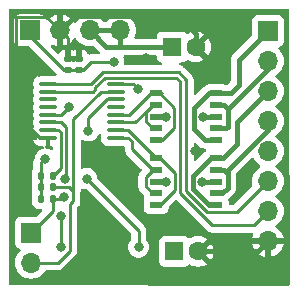
<source format=gtl>
%TF.GenerationSoftware,KiCad,Pcbnew,8.0.2*%
%TF.CreationDate,2024-05-07T13:49:06-06:00*%
%TF.ProjectId,encoder_protyping_board_high_current,656e636f-6465-4725-9f70-726f74797069,rev?*%
%TF.SameCoordinates,Original*%
%TF.FileFunction,Copper,L1,Top*%
%TF.FilePolarity,Positive*%
%FSLAX46Y46*%
G04 Gerber Fmt 4.6, Leading zero omitted, Abs format (unit mm)*
G04 Created by KiCad (PCBNEW 8.0.2) date 2024-05-07 13:49:06*
%MOMM*%
%LPD*%
G01*
G04 APERTURE LIST*
G04 Aperture macros list*
%AMRoundRect*
0 Rectangle with rounded corners*
0 $1 Rounding radius*
0 $2 $3 $4 $5 $6 $7 $8 $9 X,Y pos of 4 corners*
0 Add a 4 corners polygon primitive as box body*
4,1,4,$2,$3,$4,$5,$6,$7,$8,$9,$2,$3,0*
0 Add four circle primitives for the rounded corners*
1,1,$1+$1,$2,$3*
1,1,$1+$1,$4,$5*
1,1,$1+$1,$6,$7*
1,1,$1+$1,$8,$9*
0 Add four rect primitives between the rounded corners*
20,1,$1+$1,$2,$3,$4,$5,0*
20,1,$1+$1,$4,$5,$6,$7,0*
20,1,$1+$1,$6,$7,$8,$9,0*
20,1,$1+$1,$8,$9,$2,$3,0*%
G04 Aperture macros list end*
%TA.AperFunction,SMDPad,CuDef*%
%ADD10RoundRect,0.140000X0.170000X-0.140000X0.170000X0.140000X-0.170000X0.140000X-0.170000X-0.140000X0*%
%TD*%
%TA.AperFunction,SMDPad,CuDef*%
%ADD11RoundRect,0.135000X0.135000X0.185000X-0.135000X0.185000X-0.135000X-0.185000X0.135000X-0.185000X0*%
%TD*%
%TA.AperFunction,ComponentPad*%
%ADD12R,1.700000X1.700000*%
%TD*%
%TA.AperFunction,ComponentPad*%
%ADD13O,1.700000X1.700000*%
%TD*%
%TA.AperFunction,ComponentPad*%
%ADD14R,1.600000X1.600000*%
%TD*%
%TA.AperFunction,ComponentPad*%
%ADD15C,1.600000*%
%TD*%
%TA.AperFunction,SMDPad,CuDef*%
%ADD16RoundRect,0.135000X-0.135000X-0.185000X0.135000X-0.185000X0.135000X0.185000X-0.135000X0.185000X0*%
%TD*%
%TA.AperFunction,SMDPad,CuDef*%
%ADD17R,1.100000X0.510000*%
%TD*%
%TA.AperFunction,SMDPad,CuDef*%
%ADD18RoundRect,0.100000X-0.637500X-0.100000X0.637500X-0.100000X0.637500X0.100000X-0.637500X0.100000X0*%
%TD*%
%TA.AperFunction,ViaPad*%
%ADD19C,0.800000*%
%TD*%
%TA.AperFunction,Conductor*%
%ADD20C,0.400000*%
%TD*%
%TA.AperFunction,Conductor*%
%ADD21C,0.250000*%
%TD*%
G04 APERTURE END LIST*
D10*
%TO.P,4.7\u00B5F,1*%
%TO.N,+5V*%
X189800000Y-100480000D03*
%TO.P,4.7\u00B5F,2*%
%TO.N,GND*%
X189800000Y-99520000D03*
%TD*%
D11*
%TO.P,1.6K,1*%
%TO.N,I2C_SCL*%
X188550000Y-111400000D03*
%TO.P,1.6K,2*%
%TO.N,+5V*%
X187530000Y-111400000D03*
%TD*%
D12*
%TO.P,J2,1,Pin_1*%
%TO.N,I2C_SCL*%
X186700000Y-114225000D03*
D13*
%TO.P,J2,2,Pin_2*%
%TO.N,I2C_SDA*%
X186700000Y-116765000D03*
%TD*%
D10*
%TO.P,10nF,1*%
%TO.N,+5V*%
X190780000Y-100480000D03*
%TO.P,10nF,2*%
%TO.N,GND*%
X190780000Y-99520000D03*
%TD*%
D14*
%TO.P,4.7\u00B5F,1*%
%TO.N,+12V*%
X198844888Y-115800000D03*
D15*
%TO.P,4.7\u00B5F,2*%
%TO.N,GND*%
X200844888Y-115800000D03*
%TD*%
D16*
%TO.P,1.6K,1*%
%TO.N,+5V*%
X187530000Y-110400000D03*
%TO.P,1.6K,2*%
%TO.N,I2C_SDA*%
X188550000Y-110400000D03*
%TD*%
D12*
%TO.P,J3,1,Pin_1*%
%TO.N,+5V*%
X186600000Y-97100000D03*
D13*
%TO.P,J3,2,Pin_2*%
%TO.N,GND*%
X189140000Y-97100000D03*
%TO.P,J3,3,Pin_3*%
%TO.N,+12V*%
X191680000Y-97100000D03*
%TO.P,J3,4,Pin_4*%
X194220000Y-97100000D03*
%TD*%
D12*
%TO.P,J1,1,Pin_1*%
%TO.N,Net-(J1-Pin_1)*%
X206750000Y-97150000D03*
D13*
%TO.P,J1,2,Pin_2*%
%TO.N,Net-(J1-Pin_2)*%
X206750000Y-99690000D03*
%TO.P,J1,3,Pin_3*%
%TO.N,Net-(J1-Pin_3)*%
X206750000Y-102230000D03*
%TO.P,J1,4,Pin_4*%
%TO.N,Net-(J1-Pin_4)*%
X206750000Y-104770000D03*
%TO.P,J1,5,Pin_5*%
%TO.N,+5V*%
X206750000Y-107310000D03*
%TO.P,J1,6,Pin_6*%
%TO.N,Net-(J1-Pin_6)*%
X206750000Y-109850000D03*
%TO.P,J1,7,Pin_7*%
%TO.N,Net-(J1-Pin_7)*%
X206750000Y-112390000D03*
%TO.P,J1,8,Pin_8*%
%TO.N,GND*%
X206750000Y-114930000D03*
%TD*%
D17*
%TO.P,A3909,1,IN1*%
%TO.N,Net-(U1-OUT0)*%
X197294888Y-102400000D03*
%TO.P,A3909,2,IN2*%
%TO.N,Net-(U1-OUT1)*%
X197294888Y-103400000D03*
%TO.P,A3909,3,VBB*%
%TO.N,+12V*%
X197294888Y-104400000D03*
%TO.P,A3909,4,IN3*%
%TO.N,Net-(U1-OUT1)*%
X197294888Y-105400000D03*
%TO.P,A3909,5,IN4*%
%TO.N,Net-(U1-OUT0)*%
X197294888Y-106400000D03*
%TO.P,A3909,6,OUT4*%
%TO.N,Net-(J1-Pin_1)*%
X202394888Y-106400000D03*
%TO.P,A3909,7,OUT3*%
%TO.N,Net-(J1-Pin_2)*%
X202394888Y-105400000D03*
%TO.P,A3909,8,GND*%
%TO.N,GND*%
X202394888Y-104400000D03*
%TO.P,A3909,9,OUT2*%
%TO.N,Net-(J1-Pin_2)*%
X202394888Y-103400000D03*
%TO.P,A3909,10,OUT1*%
%TO.N,Net-(J1-Pin_1)*%
X202394888Y-102400000D03*
%TD*%
D16*
%TO.P,1.2K,1*%
%TO.N,+5V*%
X187530000Y-109400000D03*
%TO.P,1.2K,2*%
%TO.N,Net-(U1-RESET)*%
X188550000Y-109400000D03*
%TD*%
D17*
%TO.P,A3909,1,IN1*%
%TO.N,Net-(U1-OUT2)*%
X197294888Y-107900000D03*
%TO.P,A3909,2,IN2*%
%TO.N,Net-(U1-OUT3)*%
X197294888Y-108900000D03*
%TO.P,A3909,3,VBB*%
%TO.N,+12V*%
X197294888Y-109900000D03*
%TO.P,A3909,4,IN3*%
%TO.N,Net-(U1-OUT3)*%
X197294888Y-110900000D03*
%TO.P,A3909,5,IN4*%
%TO.N,Net-(U1-OUT2)*%
X197294888Y-111900000D03*
%TO.P,A3909,6,OUT4*%
%TO.N,Net-(J1-Pin_3)*%
X202394888Y-111900000D03*
%TO.P,A3909,7,OUT3*%
%TO.N,Net-(J1-Pin_4)*%
X202394888Y-110900000D03*
%TO.P,A3909,8,GND*%
%TO.N,GND*%
X202394888Y-109900000D03*
%TO.P,A3909,9,OUT2*%
%TO.N,Net-(J1-Pin_4)*%
X202394888Y-108900000D03*
%TO.P,A3909,10,OUT1*%
%TO.N,Net-(J1-Pin_3)*%
X202394888Y-107900000D03*
%TD*%
D18*
%TO.P,PCA9629A,1,P0/DET*%
%TO.N,Net-(J1-Pin_6)*%
X188137500Y-101625000D03*
%TO.P,PCA9629A,2,P1*%
%TO.N,Net-(J1-Pin_7)*%
X188137500Y-102275000D03*
%TO.P,PCA9629A,3,P2*%
%TO.N,unconnected-(U1-P2-Pad3)*%
X188137500Y-102925000D03*
%TO.P,PCA9629A,4,P3*%
%TO.N,unconnected-(U1-P3-Pad4)*%
X188137500Y-103575000D03*
%TO.P,PCA9629A,5,AD0*%
%TO.N,Net-(JP2-C)*%
X188137500Y-104225000D03*
%TO.P,PCA9629A,6,AD1*%
%TO.N,Net-(JP1-C)*%
X188137500Y-104875000D03*
%TO.P,PCA9629A,7,RESET*%
%TO.N,Net-(U1-RESET)*%
X188137500Y-105525000D03*
%TO.P,PCA9629A,8,Vss*%
%TO.N,GND*%
X188137500Y-106175000D03*
%TO.P,PCA9629A,9,OUT3*%
%TO.N,Net-(U1-OUT3)*%
X193862500Y-106175000D03*
%TO.P,PCA9629A,10,OUT2*%
%TO.N,Net-(U1-OUT2)*%
X193862500Y-105525000D03*
%TO.P,PCA9629A,11,OUT1*%
%TO.N,Net-(U1-OUT1)*%
X193862500Y-104875000D03*
%TO.P,PCA9629A,12,OUT0*%
%TO.N,Net-(U1-OUT0)*%
X193862500Y-104225000D03*
%TO.P,PCA9629A,13,INT*%
%TO.N,unconnected-(U1-INT-Pad13)*%
X193862500Y-103575000D03*
%TO.P,PCA9629A,14,SCL*%
%TO.N,I2C_SCL*%
X193862500Y-102925000D03*
%TO.P,PCA9629A,15,SDA*%
%TO.N,I2C_SDA*%
X193862500Y-102275000D03*
%TO.P,PCA9629A,16,VDD*%
%TO.N,+5V*%
X193862500Y-101625000D03*
%TD*%
D14*
%TO.P,4.7\u00B5F,1*%
%TO.N,+12V*%
X198644888Y-98500000D03*
D15*
%TO.P,4.7\u00B5F,2*%
%TO.N,GND*%
X200644888Y-98500000D03*
%TD*%
D19*
%TO.N,GND*%
X196350000Y-117600000D03*
X193700000Y-109200000D03*
X200600000Y-107350000D03*
X185850000Y-109750000D03*
X187350000Y-100650000D03*
X196400000Y-99450000D03*
X195400000Y-111750000D03*
X196650000Y-97150000D03*
X189800000Y-117700000D03*
X202450000Y-96250000D03*
X206300000Y-117750000D03*
X201200000Y-109900000D03*
X201300000Y-104400000D03*
X205050000Y-108750000D03*
%TO.N,+5V*%
X195750000Y-102050000D03*
X193700000Y-99750000D03*
X187900000Y-108000000D03*
%TO.N,+12V*%
X198100000Y-104400000D03*
X198100000Y-109950000D03*
%TO.N,I2C_SCL*%
X191550000Y-105600000D03*
X189450000Y-111200000D03*
%TO.N,Net-(JP1-C)*%
X189550000Y-109650000D03*
X195800000Y-115450000D03*
X191400000Y-109650000D03*
%TO.N,Net-(JP2-C)*%
X189250000Y-115450000D03*
X189250000Y-112850000D03*
X189950000Y-103550000D03*
%TD*%
D20*
%TO.N,GND*%
X190390000Y-95850000D02*
X189140000Y-97100000D01*
D21*
X189140000Y-97100000D02*
X187965000Y-95925000D01*
D20*
X205880000Y-115800000D02*
X206750000Y-114930000D01*
X200644888Y-97368630D02*
X199126258Y-95850000D01*
X199126258Y-95850000D02*
X190390000Y-95850000D01*
D21*
X188137500Y-106175000D02*
X187425000Y-106175000D01*
D20*
X200844888Y-115800000D02*
X205880000Y-115800000D01*
D21*
X189800000Y-97760000D02*
X189140000Y-97100000D01*
X189800000Y-99520000D02*
X189800000Y-97760000D01*
X187425000Y-106175000D02*
X185425000Y-104175000D01*
X185425000Y-95925000D02*
X185425000Y-104175000D01*
X187965000Y-95925000D02*
X185425000Y-95925000D01*
D20*
X201200000Y-109900000D02*
X202394888Y-109900000D01*
X200644888Y-98500000D02*
X200644888Y-97368630D01*
D21*
X190780000Y-99520000D02*
X189800000Y-99520000D01*
D20*
X202394888Y-104400000D02*
X201300000Y-104400000D01*
D21*
%TO.N,+5V*%
X190780000Y-100480000D02*
X191089999Y-100480000D01*
X187530000Y-109400000D02*
X187530000Y-110400000D01*
X195800000Y-102050000D02*
X195750000Y-102000000D01*
X191819999Y-99750000D02*
X193700000Y-99750000D01*
X187530000Y-109400000D02*
X187530000Y-108270000D01*
X187530000Y-111400000D02*
X187530000Y-110400000D01*
X189800000Y-100480000D02*
X190780000Y-100480000D01*
X195750000Y-102000000D02*
X195750000Y-102050000D01*
X194725000Y-101625000D02*
X195375000Y-101625000D01*
X186600000Y-97589999D02*
X189490001Y-100480000D01*
X187900000Y-107900000D02*
X187850000Y-107950000D01*
X195750000Y-102050000D02*
X195800000Y-102050000D01*
X193862500Y-101625000D02*
X194725000Y-101625000D01*
X187530000Y-108270000D02*
X187800000Y-108000000D01*
X189490001Y-100480000D02*
X189800000Y-100480000D01*
X195375000Y-101625000D02*
X195750000Y-102000000D01*
X187800000Y-108000000D02*
X187900000Y-108000000D01*
X187900000Y-108000000D02*
X187900000Y-107900000D01*
X191089999Y-100480000D02*
X191819999Y-99750000D01*
D20*
%TO.N,+12V*%
X194220000Y-98420000D02*
X194300000Y-98500000D01*
X194220000Y-97100000D02*
X194220000Y-98420000D01*
X197294888Y-109900000D02*
X198100000Y-109950000D01*
X194300000Y-98500000D02*
X198644888Y-98500000D01*
X193080000Y-98500000D02*
X194300000Y-98500000D01*
X197294888Y-104400000D02*
X198100000Y-104400000D01*
X191680000Y-97100000D02*
X194220000Y-97100000D01*
X191680000Y-97100000D02*
X193080000Y-98500000D01*
%TO.N,Net-(J1-Pin_2)*%
X202394888Y-103400000D02*
X202999888Y-103400000D01*
X203200000Y-105400000D02*
X202394888Y-105400000D01*
X203344888Y-105255112D02*
X203200000Y-105400000D01*
X203344888Y-103745000D02*
X203344888Y-105255112D01*
X203344888Y-103745000D02*
X206750000Y-100339888D01*
X202999888Y-103400000D02*
X203344888Y-103745000D01*
X206750000Y-100339888D02*
X206750000Y-99690000D01*
%TO.N,Net-(J1-Pin_4)*%
X206750000Y-105542233D02*
X206750000Y-104770000D01*
X203344888Y-109245000D02*
X203344888Y-110455112D01*
X202999888Y-108900000D02*
X203344888Y-109245000D01*
X202900000Y-110900000D02*
X202394888Y-110900000D01*
X203344888Y-108947345D02*
X206750000Y-105542233D01*
X203344888Y-109245000D02*
X203344888Y-108947345D01*
X202394888Y-108900000D02*
X202999888Y-108900000D01*
X203344888Y-110455112D02*
X202900000Y-110900000D01*
D21*
%TO.N,Net-(J1-Pin_6)*%
X191788604Y-101625000D02*
X192763604Y-100650000D01*
X204120000Y-112480000D02*
X206750000Y-109850000D01*
X192763604Y-100650000D02*
X199186396Y-100650000D01*
X199850000Y-101313604D02*
X199850000Y-110702574D01*
X199186396Y-100650000D02*
X199850000Y-101313604D01*
X201627426Y-112480000D02*
X204120000Y-112480000D01*
X199850000Y-110702574D02*
X201627426Y-112480000D01*
X188137500Y-101625000D02*
X191788604Y-101625000D01*
D20*
%TO.N,Net-(J1-Pin_3)*%
X201789888Y-111900000D02*
X202394888Y-111900000D01*
X201900000Y-107900000D02*
X202394888Y-107900000D01*
X200400000Y-110510112D02*
X201789888Y-111900000D01*
X200400000Y-109400000D02*
X200400000Y-110510112D01*
X202394888Y-107900000D02*
X202950000Y-107900000D01*
X201900000Y-107900000D02*
X200400000Y-109400000D01*
X204100000Y-106750000D02*
X204100000Y-104880000D01*
X204100000Y-104880000D02*
X206750000Y-102230000D01*
X202950000Y-107900000D02*
X204100000Y-106750000D01*
%TO.N,Net-(J1-Pin_1)*%
X202394888Y-102400000D02*
X203600000Y-102400000D01*
X202394888Y-106400000D02*
X201444888Y-106400000D01*
X204300000Y-99600000D02*
X206750000Y-97150000D01*
X201789888Y-102400000D02*
X202394888Y-102400000D01*
X200500000Y-105455112D02*
X201444888Y-106400000D01*
X203600000Y-102400000D02*
X204300000Y-101700000D01*
X204300000Y-101700000D02*
X204300000Y-99600000D01*
X201789888Y-102400000D02*
X200500000Y-103689888D01*
X200500000Y-103689888D02*
X200500000Y-105455112D01*
D21*
%TO.N,I2C_SCL*%
X189250000Y-111400000D02*
X189450000Y-111200000D01*
X191550000Y-104500001D02*
X191550000Y-105600000D01*
X193125001Y-102925000D02*
X191550000Y-104500001D01*
X188550000Y-111400000D02*
X188550000Y-112375000D01*
X193862500Y-102925000D02*
X193125001Y-102925000D01*
X188550000Y-112375000D02*
X186700000Y-114225000D01*
X188550000Y-111400000D02*
X189250000Y-111400000D01*
%TO.N,I2C_SDA*%
X186700000Y-116765000D02*
X188960305Y-116765000D01*
X192611396Y-102275000D02*
X193862500Y-102275000D01*
X190250000Y-110700000D02*
X190275000Y-110675000D01*
X190250000Y-111550000D02*
X190250000Y-110700000D01*
X190275000Y-104611396D02*
X192611396Y-102275000D01*
X188550000Y-110400000D02*
X189950000Y-110400000D01*
X188960305Y-116765000D02*
X189975000Y-115750305D01*
X189975000Y-115750305D02*
X189975000Y-111825000D01*
X189975000Y-111825000D02*
X190250000Y-111550000D01*
X190275000Y-110675000D02*
X190275000Y-104611396D01*
X189950000Y-110400000D02*
X190250000Y-110700000D01*
%TO.N,Net-(JP1-C)*%
X189650000Y-105300000D02*
X189650000Y-109650000D01*
X189550000Y-109650000D02*
X189550000Y-109750000D01*
X189650000Y-109650000D02*
X189550000Y-109650000D01*
X189225000Y-104875000D02*
X189650000Y-105300000D01*
X189550000Y-109750000D02*
X189600000Y-109700000D01*
X195800000Y-115450000D02*
X195800000Y-114050000D01*
X188137500Y-104875000D02*
X189225000Y-104875000D01*
X195800000Y-114050000D02*
X191400000Y-109650000D01*
%TO.N,Net-(JP2-C)*%
X189275000Y-104225000D02*
X189950000Y-103550000D01*
X189250000Y-115450000D02*
X189250000Y-112850000D01*
X188137500Y-104225000D02*
X189275000Y-104225000D01*
%TO.N,Net-(U1-RESET)*%
X189200000Y-105700000D02*
X189025000Y-105525000D01*
X189025000Y-105525000D02*
X188137500Y-105525000D01*
X189200000Y-108750000D02*
X189200000Y-105700000D01*
X188550000Y-109400000D02*
X189200000Y-108750000D01*
%TO.N,Net-(U1-OUT2)*%
X198850000Y-109160112D02*
X198850000Y-110639888D01*
X193862500Y-105525000D02*
X194919888Y-105525000D01*
X197589888Y-107900000D02*
X198850000Y-109160112D01*
X198850000Y-110639888D02*
X197589888Y-111900000D01*
X194919888Y-105525000D02*
X197294888Y-107900000D01*
%TO.N,Net-(U1-OUT1)*%
X193862500Y-104875000D02*
X195524888Y-104875000D01*
X196419888Y-104820000D02*
X196999888Y-105400000D01*
X195524888Y-104875000D02*
X196419888Y-103980000D01*
X196999888Y-103400000D02*
X196419888Y-103980000D01*
X196419888Y-103980000D02*
X196419888Y-104820000D01*
%TO.N,Net-(U1-OUT0)*%
X198825000Y-103635112D02*
X198825000Y-105324888D01*
X195014888Y-104225000D02*
X196839888Y-102400000D01*
X196839888Y-102400000D02*
X197294888Y-102400000D01*
X198825000Y-105324888D02*
X197749888Y-106400000D01*
X197589888Y-102400000D02*
X198825000Y-103635112D01*
X197749888Y-106400000D02*
X197294888Y-106400000D01*
X197294888Y-102400000D02*
X197749888Y-102400000D01*
X193862500Y-104225000D02*
X195014888Y-104225000D01*
%TO.N,Net-(U1-OUT3)*%
X194933492Y-106175000D02*
X195254246Y-106495754D01*
X196999888Y-108900000D02*
X196419888Y-109480000D01*
X195254246Y-107154358D02*
X196999888Y-108900000D01*
X196419888Y-109480000D02*
X196419888Y-110320000D01*
X193862500Y-106175000D02*
X194933492Y-106175000D01*
X195254246Y-106495754D02*
X195254246Y-107154358D01*
X196419888Y-110320000D02*
X196999888Y-110900000D01*
%TO.N,Net-(J1-Pin_7)*%
X192950000Y-101100000D02*
X192150000Y-101900000D01*
X199300000Y-110826284D02*
X199300000Y-101400000D01*
X192150000Y-101900000D02*
X192150000Y-102100000D01*
X202063716Y-113590000D02*
X199300000Y-110826284D01*
X202063716Y-113590000D02*
X205550000Y-113590000D01*
X191975000Y-102275000D02*
X188137500Y-102275000D01*
X192150000Y-102100000D02*
X191975000Y-102275000D01*
X205550000Y-113590000D02*
X206750000Y-112390000D01*
X199000000Y-101100000D02*
X192950000Y-101100000D01*
X199300000Y-101400000D02*
X199000000Y-101100000D01*
%TD*%
%TA.AperFunction,Conductor*%
%TO.N,GND*%
G36*
X205492425Y-107892977D02*
G01*
X205548358Y-107934849D01*
X205561472Y-107956752D01*
X205575963Y-107987828D01*
X205575965Y-107987831D01*
X205711501Y-108181395D01*
X205711506Y-108181402D01*
X205878597Y-108348493D01*
X205878603Y-108348498D01*
X206064158Y-108478425D01*
X206107783Y-108533002D01*
X206114977Y-108602500D01*
X206083454Y-108664855D01*
X206064158Y-108681575D01*
X205878597Y-108811505D01*
X205711505Y-108978597D01*
X205575965Y-109172169D01*
X205575964Y-109172171D01*
X205476098Y-109386335D01*
X205476094Y-109386344D01*
X205414938Y-109614586D01*
X205414936Y-109614596D01*
X205394341Y-109849999D01*
X205394341Y-109850000D01*
X205414936Y-110085403D01*
X205414938Y-110085413D01*
X205441856Y-110185872D01*
X205440193Y-110255722D01*
X205409762Y-110305646D01*
X203897229Y-111818181D01*
X203835906Y-111851666D01*
X203809548Y-111854500D01*
X203569387Y-111854500D01*
X203502348Y-111834815D01*
X203456593Y-111782011D01*
X203445387Y-111730500D01*
X203445387Y-111597129D01*
X203445386Y-111597123D01*
X203438979Y-111537517D01*
X203416342Y-111476826D01*
X203411358Y-111407136D01*
X203444839Y-111345816D01*
X203889002Y-110901655D01*
X203965663Y-110786923D01*
X203986505Y-110736607D01*
X204007796Y-110685204D01*
X204018468Y-110659440D01*
X204029442Y-110604271D01*
X204045388Y-110524108D01*
X204045388Y-109288863D01*
X204065073Y-109221824D01*
X204081702Y-109201187D01*
X205361412Y-107921476D01*
X205422733Y-107887993D01*
X205492425Y-107892977D01*
G37*
%TD.AperFunction*%
%TA.AperFunction,Conductor*%
G36*
X200680703Y-106626917D02*
G01*
X200687181Y-106632949D01*
X200900774Y-106846542D01*
X200951560Y-106897328D01*
X200998347Y-106944115D01*
X201113070Y-107020771D01*
X201113083Y-107020778D01*
X201183791Y-107050066D01*
X201212175Y-107061823D01*
X201240559Y-107073580D01*
X201240562Y-107073580D01*
X201240567Y-107073582D01*
X201267433Y-107078925D01*
X201267439Y-107078926D01*
X201267479Y-107078934D01*
X201357825Y-107096905D01*
X201375894Y-107100500D01*
X201375895Y-107100500D01*
X201379574Y-107100500D01*
X201381431Y-107101045D01*
X201381955Y-107101097D01*
X201381945Y-107101196D01*
X201446613Y-107120185D01*
X201492368Y-107172989D01*
X201502312Y-107242147D01*
X201478840Y-107298811D01*
X201395777Y-107409768D01*
X201395343Y-107409443D01*
X201381770Y-107427572D01*
X200687181Y-108122162D01*
X200625858Y-108155647D01*
X200556167Y-108150663D01*
X200500233Y-108108792D01*
X200475816Y-108043327D01*
X200475500Y-108034481D01*
X200475500Y-106720630D01*
X200495185Y-106653591D01*
X200547989Y-106607836D01*
X200617147Y-106597892D01*
X200680703Y-106626917D01*
G37*
%TD.AperFunction*%
%TA.AperFunction,Conductor*%
G36*
X188280539Y-106245184D02*
G01*
X188326294Y-106297988D01*
X188337500Y-106349499D01*
X188337500Y-106874999D01*
X188450500Y-106874999D01*
X188517539Y-106894684D01*
X188563294Y-106947488D01*
X188574500Y-106998999D01*
X188574500Y-107133610D01*
X188554815Y-107200649D01*
X188502011Y-107246404D01*
X188432853Y-107256348D01*
X188377616Y-107233929D01*
X188352733Y-107215850D01*
X188352729Y-107215848D01*
X188179807Y-107138857D01*
X188179802Y-107138855D01*
X188028693Y-107106736D01*
X187994646Y-107099500D01*
X187994645Y-107099500D01*
X187988289Y-107098149D01*
X187988756Y-107095950D01*
X187933710Y-107073297D01*
X187893730Y-107015996D01*
X187891076Y-106946177D01*
X187923613Y-106888886D01*
X187937500Y-106874999D01*
X187937500Y-106349499D01*
X187957185Y-106282460D01*
X188009989Y-106236705D01*
X188061497Y-106225499D01*
X188213501Y-106225499D01*
X188280539Y-106245184D01*
G37*
%TD.AperFunction*%
%TA.AperFunction,Conductor*%
G36*
X197287428Y-99220185D02*
G01*
X197333183Y-99272989D01*
X197344389Y-99324500D01*
X197344389Y-99347876D01*
X197350796Y-99407483D01*
X197401090Y-99542328D01*
X197401094Y-99542335D01*
X197487340Y-99657544D01*
X197487343Y-99657547D01*
X197602552Y-99743793D01*
X197602559Y-99743797D01*
X197711202Y-99784318D01*
X197767136Y-99826189D01*
X197791553Y-99891653D01*
X197776702Y-99959926D01*
X197727297Y-100009332D01*
X197667869Y-100024500D01*
X194714325Y-100024500D01*
X194647286Y-100004815D01*
X194601531Y-99952011D01*
X194591004Y-99887539D01*
X194605460Y-99750000D01*
X194585674Y-99561744D01*
X194527179Y-99381716D01*
X194527176Y-99381710D01*
X194524538Y-99375786D01*
X194527062Y-99374661D01*
X194513470Y-99318569D01*
X194536339Y-99252547D01*
X194591271Y-99209371D01*
X194637328Y-99200500D01*
X197220389Y-99200500D01*
X197287428Y-99220185D01*
G37*
%TD.AperFunction*%
%TA.AperFunction,Conductor*%
G36*
X189390000Y-98430633D02*
G01*
X189603483Y-98373433D01*
X189603492Y-98373429D01*
X189817578Y-98273600D01*
X190011082Y-98138105D01*
X190178105Y-97971082D01*
X190308119Y-97785405D01*
X190362696Y-97741781D01*
X190432195Y-97734588D01*
X190494549Y-97766110D01*
X190511269Y-97785405D01*
X190524180Y-97803844D01*
X190641505Y-97971401D01*
X190808599Y-98138495D01*
X190905384Y-98206265D01*
X191002165Y-98274032D01*
X191002167Y-98274033D01*
X191002170Y-98274035D01*
X191216337Y-98373903D01*
X191444592Y-98435063D01*
X191621034Y-98450500D01*
X191679999Y-98455659D01*
X191680000Y-98455659D01*
X191680001Y-98455659D01*
X191738966Y-98450500D01*
X191915408Y-98435063D01*
X191932216Y-98430559D01*
X192002064Y-98432218D01*
X192051994Y-98462651D01*
X192502161Y-98912819D01*
X192535646Y-98974142D01*
X192530662Y-99043834D01*
X192488790Y-99099767D01*
X192423326Y-99124184D01*
X192414480Y-99124500D01*
X191758388Y-99124500D01*
X191697970Y-99136518D01*
X191682677Y-99139560D01*
X191651358Y-99145789D01*
X191581767Y-99139560D01*
X191526591Y-99096695D01*
X191520438Y-99087292D01*
X191459721Y-98984625D01*
X191459714Y-98984616D01*
X191345383Y-98870285D01*
X191345374Y-98870278D01*
X191206195Y-98787968D01*
X191206190Y-98787966D01*
X191050918Y-98742855D01*
X191050912Y-98742854D01*
X191030000Y-98741209D01*
X191030000Y-99575500D01*
X191010315Y-99642539D01*
X190957511Y-99688294D01*
X190906000Y-99699500D01*
X190545302Y-99699500D01*
X190509008Y-99702356D01*
X190509002Y-99702357D01*
X190353608Y-99747504D01*
X190353598Y-99747508D01*
X190353116Y-99747794D01*
X190352688Y-99747902D01*
X190346443Y-99750605D01*
X190346006Y-99749597D01*
X190285391Y-99764973D01*
X190233883Y-99749849D01*
X190233557Y-99750605D01*
X190227433Y-99747955D01*
X190226884Y-99747794D01*
X190226401Y-99747508D01*
X190226391Y-99747504D01*
X190070997Y-99702357D01*
X190070991Y-99702356D01*
X190034697Y-99699500D01*
X190034690Y-99699500D01*
X189674000Y-99699500D01*
X189606961Y-99679815D01*
X189561206Y-99627011D01*
X189550000Y-99575500D01*
X189550000Y-98741210D01*
X189549999Y-98741209D01*
X190050000Y-98741209D01*
X190050000Y-99270000D01*
X190530000Y-99270000D01*
X190530000Y-98741210D01*
X190529999Y-98741209D01*
X190509087Y-98742854D01*
X190509081Y-98742855D01*
X190353809Y-98787966D01*
X190353801Y-98787969D01*
X190353113Y-98788377D01*
X190352503Y-98788531D01*
X190346647Y-98791066D01*
X190346237Y-98790120D01*
X190285388Y-98805554D01*
X190233656Y-98790364D01*
X190233353Y-98791066D01*
X190227671Y-98788607D01*
X190226887Y-98788377D01*
X190226198Y-98787969D01*
X190226190Y-98787966D01*
X190070918Y-98742855D01*
X190070912Y-98742854D01*
X190050000Y-98741209D01*
X189549999Y-98741209D01*
X189529087Y-98742854D01*
X189529081Y-98742855D01*
X189373809Y-98787966D01*
X189373804Y-98787968D01*
X189234625Y-98870278D01*
X189234616Y-98870285D01*
X189120285Y-98984616D01*
X189120279Y-98984624D01*
X189112069Y-98998507D01*
X189060999Y-99046189D01*
X188992257Y-99058692D01*
X188927668Y-99032046D01*
X188917657Y-99023065D01*
X188408376Y-98513784D01*
X188374891Y-98452461D01*
X188379875Y-98382769D01*
X188421747Y-98326836D01*
X188487211Y-98302419D01*
X188548462Y-98313721D01*
X188676507Y-98373430D01*
X188676516Y-98373433D01*
X188890000Y-98430634D01*
X188890000Y-97533012D01*
X188947007Y-97565925D01*
X189074174Y-97600000D01*
X189205826Y-97600000D01*
X189332993Y-97565925D01*
X189390000Y-97533012D01*
X189390000Y-98430633D01*
G37*
%TD.AperFunction*%
%TA.AperFunction,Conductor*%
G36*
X208493303Y-95269685D02*
G01*
X208539058Y-95322489D01*
X208550263Y-95373735D01*
X208560138Y-100004815D01*
X208599734Y-118575474D01*
X208580192Y-118642555D01*
X208527486Y-118688422D01*
X208475473Y-118699738D01*
X184923739Y-118650259D01*
X184856742Y-118630433D01*
X184811098Y-118577533D01*
X184800000Y-118526259D01*
X184800000Y-96202135D01*
X185249500Y-96202135D01*
X185249500Y-97997870D01*
X185249501Y-97997876D01*
X185255908Y-98057483D01*
X185306202Y-98192328D01*
X185306206Y-98192335D01*
X185392452Y-98307544D01*
X185392455Y-98307547D01*
X185507664Y-98393793D01*
X185507671Y-98393797D01*
X185642517Y-98444091D01*
X185642516Y-98444091D01*
X185649444Y-98444835D01*
X185702127Y-98450500D01*
X186524548Y-98450499D01*
X186591587Y-98470183D01*
X186612229Y-98486818D01*
X188838229Y-100712819D01*
X188871714Y-100774142D01*
X188866730Y-100843834D01*
X188824858Y-100899767D01*
X188759394Y-100924184D01*
X188750548Y-100924500D01*
X187460636Y-100924500D01*
X187343246Y-100939953D01*
X187343237Y-100939956D01*
X187197160Y-101000463D01*
X187071718Y-101096718D01*
X186975463Y-101222160D01*
X186914956Y-101368237D01*
X186914955Y-101368239D01*
X186899500Y-101485638D01*
X186899500Y-101764363D01*
X186914953Y-101881753D01*
X186914957Y-101881765D01*
X186923566Y-101902550D01*
X186931033Y-101972019D01*
X186923566Y-101997450D01*
X186914957Y-102018234D01*
X186914955Y-102018239D01*
X186899500Y-102135638D01*
X186899500Y-102414363D01*
X186914953Y-102531753D01*
X186914957Y-102531765D01*
X186923566Y-102552550D01*
X186931033Y-102622019D01*
X186923566Y-102647450D01*
X186914957Y-102668234D01*
X186914955Y-102668239D01*
X186899500Y-102785638D01*
X186899500Y-103064363D01*
X186914953Y-103181753D01*
X186914957Y-103181765D01*
X186923566Y-103202550D01*
X186931033Y-103272019D01*
X186923566Y-103297450D01*
X186914957Y-103318234D01*
X186914955Y-103318239D01*
X186899500Y-103435638D01*
X186899500Y-103714363D01*
X186914953Y-103831753D01*
X186914957Y-103831765D01*
X186923566Y-103852550D01*
X186931033Y-103922019D01*
X186923566Y-103947450D01*
X186914957Y-103968234D01*
X186914955Y-103968239D01*
X186899500Y-104085638D01*
X186899500Y-104364363D01*
X186914953Y-104481753D01*
X186914957Y-104481765D01*
X186923566Y-104502550D01*
X186931033Y-104572019D01*
X186923566Y-104597450D01*
X186914957Y-104618234D01*
X186914955Y-104618239D01*
X186899500Y-104735638D01*
X186899500Y-105014363D01*
X186914953Y-105131753D01*
X186914957Y-105131765D01*
X186923566Y-105152550D01*
X186931033Y-105222019D01*
X186923566Y-105247450D01*
X186914957Y-105268234D01*
X186914955Y-105268239D01*
X186899500Y-105385638D01*
X186899500Y-105664363D01*
X186914953Y-105781753D01*
X186914956Y-105781762D01*
X186923837Y-105803203D01*
X186931304Y-105872673D01*
X186923838Y-105898103D01*
X186915443Y-105918370D01*
X186907987Y-105975000D01*
X186950500Y-105975000D01*
X187017539Y-105994685D01*
X187048875Y-106023513D01*
X187071715Y-106053279D01*
X187071716Y-106053280D01*
X187071718Y-106053282D01*
X187197159Y-106149536D01*
X187197160Y-106149536D01*
X187201184Y-106152624D01*
X187242386Y-106209052D01*
X187246541Y-106278798D01*
X187212329Y-106339719D01*
X187150611Y-106372471D01*
X187125697Y-106375000D01*
X186907990Y-106375000D01*
X186907988Y-106375001D01*
X186915442Y-106431627D01*
X186915444Y-106431633D01*
X186975899Y-106577585D01*
X187072075Y-106702924D01*
X187197413Y-106799100D01*
X187343365Y-106859554D01*
X187343369Y-106859555D01*
X187460676Y-106874999D01*
X187681763Y-106874999D01*
X187748803Y-106894683D01*
X187794558Y-106947487D01*
X187804502Y-107016645D01*
X187775477Y-107080201D01*
X187716699Y-107117976D01*
X187707546Y-107120289D01*
X187620196Y-107138856D01*
X187620192Y-107138857D01*
X187447270Y-107215848D01*
X187447265Y-107215851D01*
X187294129Y-107327111D01*
X187167466Y-107467785D01*
X187072821Y-107631715D01*
X187072818Y-107631722D01*
X187014327Y-107811740D01*
X187014326Y-107811744D01*
X187009215Y-107860368D01*
X187004538Y-107904867D01*
X186984321Y-107960793D01*
X186975687Y-107973715D01*
X186959994Y-108011604D01*
X186959993Y-108011607D01*
X186928537Y-108087548D01*
X186925199Y-108104329D01*
X186906840Y-108196625D01*
X186906841Y-108196626D01*
X186904500Y-108208396D01*
X186904500Y-108762041D01*
X186887232Y-108825161D01*
X186807133Y-108960602D01*
X186807129Y-108960611D01*
X186762335Y-109114791D01*
X186762334Y-109114797D01*
X186759500Y-109150811D01*
X186759500Y-109649169D01*
X186759501Y-109649191D01*
X186762335Y-109685205D01*
X186807129Y-109839388D01*
X186810230Y-109846554D01*
X186808313Y-109847383D01*
X186822825Y-109904626D01*
X186808686Y-109952777D01*
X186810230Y-109953446D01*
X186807129Y-109960611D01*
X186762335Y-110114791D01*
X186762334Y-110114797D01*
X186759500Y-110150811D01*
X186759500Y-110649169D01*
X186759501Y-110649191D01*
X186762335Y-110685205D01*
X186807129Y-110839388D01*
X186810230Y-110846554D01*
X186808313Y-110847383D01*
X186822825Y-110904626D01*
X186808686Y-110952777D01*
X186810230Y-110953446D01*
X186807129Y-110960611D01*
X186762335Y-111114791D01*
X186762334Y-111114797D01*
X186759500Y-111150811D01*
X186759500Y-111649169D01*
X186759501Y-111649191D01*
X186762335Y-111685205D01*
X186807129Y-111839388D01*
X186807131Y-111839393D01*
X186888863Y-111977595D01*
X186888869Y-111977603D01*
X187002396Y-112091130D01*
X187002400Y-112091133D01*
X187002402Y-112091135D01*
X187140607Y-112172869D01*
X187181268Y-112184682D01*
X187294791Y-112217664D01*
X187294794Y-112217664D01*
X187294796Y-112217665D01*
X187330819Y-112220500D01*
X187520547Y-112220499D01*
X187587586Y-112240183D01*
X187633341Y-112292987D01*
X187643285Y-112362145D01*
X187614260Y-112425701D01*
X187608228Y-112432180D01*
X187202227Y-112838181D01*
X187140904Y-112871666D01*
X187114546Y-112874500D01*
X185802129Y-112874500D01*
X185802123Y-112874501D01*
X185742516Y-112880908D01*
X185607671Y-112931202D01*
X185607664Y-112931206D01*
X185492455Y-113017452D01*
X185492452Y-113017455D01*
X185406206Y-113132664D01*
X185406202Y-113132671D01*
X185355908Y-113267517D01*
X185349501Y-113327116D01*
X185349500Y-113327135D01*
X185349500Y-115122870D01*
X185349501Y-115122876D01*
X185355908Y-115182483D01*
X185406202Y-115317328D01*
X185406206Y-115317335D01*
X185492452Y-115432544D01*
X185492455Y-115432547D01*
X185607664Y-115518793D01*
X185607671Y-115518797D01*
X185739081Y-115567810D01*
X185795015Y-115609681D01*
X185819432Y-115675145D01*
X185804580Y-115743418D01*
X185783430Y-115771673D01*
X185661503Y-115893600D01*
X185525965Y-116087169D01*
X185525964Y-116087171D01*
X185426098Y-116301335D01*
X185426094Y-116301344D01*
X185364938Y-116529586D01*
X185364936Y-116529596D01*
X185344341Y-116764999D01*
X185344341Y-116765000D01*
X185364936Y-117000403D01*
X185364938Y-117000413D01*
X185426094Y-117228655D01*
X185426096Y-117228659D01*
X185426097Y-117228663D01*
X185501563Y-117390500D01*
X185525965Y-117442830D01*
X185525967Y-117442834D01*
X185634281Y-117597521D01*
X185661505Y-117636401D01*
X185828599Y-117803495D01*
X185925384Y-117871265D01*
X186022165Y-117939032D01*
X186022167Y-117939033D01*
X186022170Y-117939035D01*
X186236337Y-118038903D01*
X186464592Y-118100063D01*
X186652918Y-118116539D01*
X186699999Y-118120659D01*
X186700000Y-118120659D01*
X186700001Y-118120659D01*
X186739234Y-118117226D01*
X186935408Y-118100063D01*
X187163663Y-118038903D01*
X187377830Y-117939035D01*
X187571401Y-117803495D01*
X187738495Y-117636401D01*
X187873652Y-117443377D01*
X187928229Y-117399752D01*
X187975227Y-117390500D01*
X189021912Y-117390500D01*
X189082334Y-117378481D01*
X189142757Y-117366463D01*
X189142760Y-117366461D01*
X189142763Y-117366461D01*
X189176092Y-117352654D01*
X189176091Y-117352654D01*
X189176097Y-117352652D01*
X189256591Y-117319312D01*
X189307814Y-117285084D01*
X189359038Y-117250858D01*
X189446163Y-117163733D01*
X189446163Y-117163731D01*
X189456371Y-117153524D01*
X189456372Y-117153521D01*
X190460857Y-116149039D01*
X190473166Y-116130618D01*
X190475440Y-116127216D01*
X190529307Y-116046597D01*
X190529307Y-116046596D01*
X190529311Y-116046591D01*
X190576463Y-115932757D01*
X190593176Y-115848733D01*
X190600500Y-115811912D01*
X190600500Y-115688699D01*
X190600500Y-112135453D01*
X190620185Y-112068414D01*
X190636819Y-112047772D01*
X190678665Y-112005925D01*
X190735858Y-111948733D01*
X190804312Y-111846285D01*
X190838647Y-111763393D01*
X190851463Y-111732452D01*
X190875500Y-111611606D01*
X190875500Y-110874504D01*
X190877883Y-110850313D01*
X190900499Y-110736610D01*
X190900500Y-110736607D01*
X190900500Y-110604271D01*
X190920185Y-110537232D01*
X190972989Y-110491477D01*
X191042147Y-110481533D01*
X191074930Y-110490989D01*
X191120197Y-110511144D01*
X191305354Y-110550500D01*
X191364548Y-110550500D01*
X191431587Y-110570185D01*
X191452229Y-110586819D01*
X195138181Y-114272771D01*
X195171666Y-114334094D01*
X195174500Y-114360452D01*
X195174500Y-114751312D01*
X195154815Y-114818351D01*
X195142650Y-114834284D01*
X195067466Y-114917784D01*
X194972821Y-115081715D01*
X194972818Y-115081722D01*
X194914327Y-115261740D01*
X194914326Y-115261744D01*
X194894540Y-115450000D01*
X194914326Y-115638256D01*
X194914327Y-115638259D01*
X194972818Y-115818277D01*
X194972821Y-115818284D01*
X195067467Y-115982216D01*
X195161969Y-116087171D01*
X195194129Y-116122888D01*
X195347265Y-116234148D01*
X195347270Y-116234151D01*
X195520192Y-116311142D01*
X195520197Y-116311144D01*
X195705354Y-116350500D01*
X195705355Y-116350500D01*
X195894644Y-116350500D01*
X195894646Y-116350500D01*
X196079803Y-116311144D01*
X196252730Y-116234151D01*
X196405871Y-116122888D01*
X196532533Y-115982216D01*
X196627179Y-115818284D01*
X196685674Y-115638256D01*
X196705460Y-115450000D01*
X196685674Y-115261744D01*
X196627179Y-115081716D01*
X196552366Y-114952135D01*
X197544388Y-114952135D01*
X197544388Y-116647870D01*
X197544389Y-116647876D01*
X197550796Y-116707483D01*
X197601090Y-116842328D01*
X197601094Y-116842335D01*
X197687340Y-116957544D01*
X197687343Y-116957547D01*
X197802552Y-117043793D01*
X197802559Y-117043797D01*
X197937405Y-117094091D01*
X197937404Y-117094091D01*
X197944332Y-117094835D01*
X197997015Y-117100500D01*
X199692760Y-117100499D01*
X199752371Y-117094091D01*
X199887219Y-117043796D01*
X200002434Y-116957546D01*
X200009238Y-116948455D01*
X200065168Y-116906584D01*
X200134859Y-116901597D01*
X200179628Y-116921188D01*
X200192400Y-116930130D01*
X200192406Y-116930134D01*
X200398561Y-117026265D01*
X200398570Y-117026269D01*
X200618277Y-117085139D01*
X200618288Y-117085141D01*
X200844886Y-117104966D01*
X200844890Y-117104966D01*
X201071487Y-117085141D01*
X201071498Y-117085139D01*
X201291205Y-117026269D01*
X201291219Y-117026264D01*
X201497366Y-116930136D01*
X201570359Y-116879024D01*
X200891335Y-116200000D01*
X200897549Y-116200000D01*
X200999282Y-116172741D01*
X201090494Y-116120080D01*
X201164968Y-116045606D01*
X201217629Y-115954394D01*
X201244888Y-115852661D01*
X201244888Y-115846447D01*
X201923912Y-116525471D01*
X201975024Y-116452478D01*
X202071152Y-116246331D01*
X202071157Y-116246317D01*
X202130027Y-116026610D01*
X202130029Y-116026599D01*
X202149854Y-115800002D01*
X202149854Y-115799997D01*
X202130029Y-115573400D01*
X202130027Y-115573389D01*
X202071157Y-115353682D01*
X202071152Y-115353668D01*
X201975024Y-115147521D01*
X201975020Y-115147513D01*
X201923913Y-115074526D01*
X201244888Y-115753551D01*
X201244888Y-115747339D01*
X201217629Y-115645606D01*
X201164968Y-115554394D01*
X201090494Y-115479920D01*
X200999282Y-115427259D01*
X200897549Y-115400000D01*
X200891335Y-115400000D01*
X201570360Y-114720974D01*
X201497366Y-114669863D01*
X201291219Y-114573735D01*
X201291205Y-114573730D01*
X201071498Y-114514860D01*
X201071487Y-114514858D01*
X200844890Y-114495034D01*
X200844886Y-114495034D01*
X200618288Y-114514858D01*
X200618277Y-114514860D01*
X200398570Y-114573730D01*
X200398561Y-114573734D01*
X200192400Y-114669868D01*
X200192395Y-114669871D01*
X200179624Y-114678813D01*
X200113417Y-114701138D01*
X200045651Y-114684124D01*
X200009240Y-114651546D01*
X200002434Y-114642454D01*
X200002432Y-114642453D01*
X200002432Y-114642452D01*
X199887223Y-114556206D01*
X199887216Y-114556202D01*
X199752370Y-114505908D01*
X199752371Y-114505908D01*
X199692771Y-114499501D01*
X199692769Y-114499500D01*
X199692761Y-114499500D01*
X199692752Y-114499500D01*
X197997017Y-114499500D01*
X197997011Y-114499501D01*
X197937404Y-114505908D01*
X197802559Y-114556202D01*
X197802552Y-114556206D01*
X197687343Y-114642452D01*
X197687340Y-114642455D01*
X197601094Y-114757664D01*
X197601090Y-114757671D01*
X197550796Y-114892517D01*
X197544389Y-114952116D01*
X197544388Y-114952135D01*
X196552366Y-114952135D01*
X196532533Y-114917784D01*
X196457350Y-114834284D01*
X196427120Y-114771292D01*
X196425500Y-114751312D01*
X196425500Y-114117741D01*
X196425501Y-114117720D01*
X196425501Y-113988391D01*
X196401464Y-113867555D01*
X196401463Y-113867549D01*
X196354312Y-113753715D01*
X196285858Y-113651267D01*
X196285855Y-113651263D01*
X192338960Y-109704370D01*
X192305475Y-109643047D01*
X192303323Y-109629671D01*
X192285674Y-109461744D01*
X192227179Y-109281716D01*
X192132533Y-109117784D01*
X192005871Y-108977112D01*
X192005870Y-108977111D01*
X191852734Y-108865851D01*
X191852729Y-108865848D01*
X191679807Y-108788857D01*
X191679802Y-108788855D01*
X191534001Y-108757865D01*
X191494646Y-108749500D01*
X191305354Y-108749500D01*
X191272897Y-108756398D01*
X191120197Y-108788855D01*
X191120192Y-108788857D01*
X191074936Y-108809007D01*
X191005686Y-108818292D01*
X190942409Y-108788664D01*
X190905196Y-108729529D01*
X190900500Y-108695728D01*
X190900500Y-106484553D01*
X190920185Y-106417514D01*
X190972989Y-106371759D01*
X191042147Y-106361815D01*
X191091167Y-106381711D01*
X191091637Y-106380899D01*
X191097270Y-106384151D01*
X191270192Y-106461142D01*
X191270197Y-106461144D01*
X191455354Y-106500500D01*
X191455355Y-106500500D01*
X191644644Y-106500500D01*
X191644646Y-106500500D01*
X191829803Y-106461144D01*
X192002730Y-106384151D01*
X192155871Y-106272888D01*
X192282533Y-106132216D01*
X192377179Y-105968284D01*
X192390868Y-105926151D01*
X192430304Y-105868478D01*
X192494662Y-105841278D01*
X192563509Y-105853192D01*
X192614985Y-105900435D01*
X192632748Y-105968009D01*
X192631738Y-105980654D01*
X192624500Y-106035636D01*
X192624500Y-106314363D01*
X192639953Y-106431753D01*
X192639956Y-106431762D01*
X192700464Y-106577841D01*
X192796718Y-106703282D01*
X192922159Y-106799536D01*
X193068238Y-106860044D01*
X193185639Y-106875500D01*
X194504746Y-106875499D01*
X194571785Y-106895184D01*
X194617540Y-106947987D01*
X194628746Y-106999499D01*
X194628746Y-107215964D01*
X194650854Y-107327111D01*
X194652784Y-107336813D01*
X194652784Y-107336814D01*
X194656460Y-107345687D01*
X194656462Y-107345692D01*
X194699931Y-107450639D01*
X194699933Y-107450642D01*
X194733759Y-107501265D01*
X194733760Y-107501267D01*
X194768386Y-107553089D01*
X194768387Y-107553090D01*
X194768388Y-107553091D01*
X194855513Y-107640216D01*
X194855514Y-107640216D01*
X194862581Y-107647283D01*
X194862580Y-107647283D01*
X194862583Y-107647285D01*
X196027617Y-108812320D01*
X196061101Y-108873641D01*
X196056117Y-108943333D01*
X196027623Y-108987673D01*
X196021165Y-108994132D01*
X196021158Y-108994139D01*
X196021155Y-108994142D01*
X195977592Y-109037704D01*
X195934030Y-109081266D01*
X195911626Y-109114797D01*
X195887562Y-109150811D01*
X195865576Y-109183714D01*
X195849835Y-109221718D01*
X195818425Y-109297547D01*
X195818423Y-109297553D01*
X195809470Y-109342560D01*
X195809471Y-109342561D01*
X195798579Y-109397326D01*
X195798578Y-109397333D01*
X195794388Y-109418394D01*
X195794388Y-110381610D01*
X195795285Y-110386118D01*
X195806225Y-110441118D01*
X195814264Y-110481533D01*
X195818425Y-110502453D01*
X195818427Y-110502460D01*
X195828638Y-110527109D01*
X195828639Y-110527112D01*
X195865573Y-110616280D01*
X195865575Y-110616283D01*
X195865576Y-110616286D01*
X195894411Y-110659440D01*
X195899802Y-110667507D01*
X195899803Y-110667509D01*
X195934029Y-110718733D01*
X196025474Y-110810178D01*
X196025496Y-110810198D01*
X196208069Y-110992771D01*
X196241554Y-111054094D01*
X196244388Y-111080451D01*
X196244388Y-111202869D01*
X196244389Y-111202876D01*
X196250797Y-111262485D01*
X196285924Y-111356668D01*
X196290908Y-111426360D01*
X196285924Y-111443332D01*
X196250798Y-111537511D01*
X196250798Y-111537514D01*
X196250797Y-111537517D01*
X196244388Y-111597127D01*
X196244388Y-111597134D01*
X196244388Y-111597135D01*
X196244388Y-112202870D01*
X196244389Y-112202876D01*
X196250796Y-112262483D01*
X196301090Y-112397328D01*
X196301094Y-112397335D01*
X196387340Y-112512544D01*
X196387343Y-112512547D01*
X196502552Y-112598793D01*
X196502559Y-112598797D01*
X196637405Y-112649091D01*
X196637404Y-112649091D01*
X196644332Y-112649835D01*
X196697015Y-112655500D01*
X197892760Y-112655499D01*
X197952371Y-112649091D01*
X198087219Y-112598796D01*
X198202434Y-112512546D01*
X198288684Y-112397331D01*
X198338979Y-112262483D01*
X198345388Y-112202873D01*
X198345387Y-112080450D01*
X198365071Y-112013412D01*
X198381701Y-111992775D01*
X198894124Y-111480353D01*
X198955443Y-111446871D01*
X199025135Y-111451855D01*
X199069482Y-111480356D01*
X201664979Y-114075855D01*
X201664983Y-114075858D01*
X201767426Y-114144309D01*
X201767427Y-114144309D01*
X201767431Y-114144312D01*
X201834112Y-114171931D01*
X201834114Y-114171933D01*
X201881259Y-114191461D01*
X201881264Y-114191463D01*
X201901313Y-114195451D01*
X201934912Y-114202134D01*
X202002108Y-114215501D01*
X202002110Y-114215501D01*
X202131437Y-114215501D01*
X202131457Y-114215500D01*
X205398976Y-114215500D01*
X205466015Y-114235185D01*
X205511770Y-114287989D01*
X205521714Y-114357147D01*
X205511358Y-114391905D01*
X205476569Y-114466507D01*
X205476567Y-114466513D01*
X205419364Y-114679999D01*
X205419364Y-114680000D01*
X206316988Y-114680000D01*
X206284075Y-114737007D01*
X206250000Y-114864174D01*
X206250000Y-114995826D01*
X206284075Y-115122993D01*
X206316988Y-115180000D01*
X205419364Y-115180000D01*
X205476567Y-115393486D01*
X205476570Y-115393492D01*
X205576399Y-115607578D01*
X205711894Y-115801082D01*
X205878917Y-115968105D01*
X206072421Y-116103600D01*
X206286507Y-116203429D01*
X206286516Y-116203433D01*
X206500000Y-116260634D01*
X206500000Y-115363012D01*
X206557007Y-115395925D01*
X206684174Y-115430000D01*
X206815826Y-115430000D01*
X206942993Y-115395925D01*
X207000000Y-115363012D01*
X207000000Y-116260633D01*
X207213483Y-116203433D01*
X207213492Y-116203429D01*
X207427578Y-116103600D01*
X207621082Y-115968105D01*
X207788105Y-115801082D01*
X207923600Y-115607578D01*
X208023429Y-115393492D01*
X208023432Y-115393486D01*
X208080636Y-115180000D01*
X207183012Y-115180000D01*
X207215925Y-115122993D01*
X207250000Y-114995826D01*
X207250000Y-114864174D01*
X207215925Y-114737007D01*
X207183012Y-114680000D01*
X208080636Y-114680000D01*
X208080635Y-114679999D01*
X208023432Y-114466513D01*
X208023429Y-114466507D01*
X207923600Y-114252422D01*
X207923599Y-114252420D01*
X207788113Y-114058926D01*
X207788108Y-114058920D01*
X207621078Y-113891890D01*
X207435405Y-113761879D01*
X207391780Y-113707302D01*
X207384588Y-113637804D01*
X207416110Y-113575449D01*
X207435406Y-113558730D01*
X207449749Y-113548687D01*
X207621401Y-113428495D01*
X207788495Y-113261401D01*
X207924035Y-113067830D01*
X208023903Y-112853663D01*
X208085063Y-112625408D01*
X208105659Y-112390000D01*
X208085063Y-112154592D01*
X208023903Y-111926337D01*
X207924035Y-111712171D01*
X207905154Y-111685205D01*
X207788494Y-111518597D01*
X207621402Y-111351506D01*
X207621396Y-111351501D01*
X207435842Y-111221575D01*
X207392217Y-111166998D01*
X207385023Y-111097500D01*
X207416546Y-111035145D01*
X207435842Y-111018425D01*
X207529597Y-110952777D01*
X207621401Y-110888495D01*
X207788495Y-110721401D01*
X207924035Y-110527830D01*
X208023903Y-110313663D01*
X208085063Y-110085408D01*
X208105659Y-109850000D01*
X208085063Y-109614592D01*
X208026849Y-109397331D01*
X208023905Y-109386344D01*
X208023904Y-109386343D01*
X208023903Y-109386337D01*
X207924035Y-109172171D01*
X207909085Y-109150819D01*
X207788494Y-108978597D01*
X207621402Y-108811506D01*
X207621396Y-108811501D01*
X207435842Y-108681575D01*
X207392217Y-108626998D01*
X207385023Y-108557500D01*
X207416546Y-108495145D01*
X207435842Y-108478425D01*
X207458026Y-108462891D01*
X207621401Y-108348495D01*
X207788495Y-108181401D01*
X207924035Y-107987830D01*
X208023903Y-107773663D01*
X208085063Y-107545408D01*
X208105659Y-107310000D01*
X208085063Y-107074592D01*
X208027576Y-106860044D01*
X208023905Y-106846344D01*
X208023904Y-106846343D01*
X208023903Y-106846337D01*
X207924035Y-106632171D01*
X207920357Y-106626917D01*
X207788494Y-106438597D01*
X207621402Y-106271506D01*
X207621396Y-106271501D01*
X207435842Y-106141575D01*
X207392217Y-106086998D01*
X207385023Y-106017500D01*
X207416546Y-105955145D01*
X207435842Y-105938425D01*
X207490718Y-105900000D01*
X207621401Y-105808495D01*
X207788495Y-105641401D01*
X207924035Y-105447830D01*
X208023903Y-105233663D01*
X208085063Y-105005408D01*
X208105659Y-104770000D01*
X208085063Y-104534592D01*
X208023903Y-104306337D01*
X207924035Y-104092171D01*
X207919462Y-104085639D01*
X207788494Y-103898597D01*
X207621402Y-103731506D01*
X207621396Y-103731501D01*
X207435842Y-103601575D01*
X207392217Y-103546998D01*
X207385023Y-103477500D01*
X207416546Y-103415145D01*
X207435842Y-103398425D01*
X207550359Y-103318239D01*
X207621401Y-103268495D01*
X207788495Y-103101401D01*
X207924035Y-102907830D01*
X208023903Y-102693663D01*
X208085063Y-102465408D01*
X208105659Y-102230000D01*
X208085063Y-101994592D01*
X208023903Y-101766337D01*
X207924035Y-101552171D01*
X207877449Y-101485638D01*
X207788494Y-101358597D01*
X207621402Y-101191506D01*
X207621396Y-101191501D01*
X207435842Y-101061575D01*
X207392217Y-101006998D01*
X207385023Y-100937500D01*
X207416546Y-100875145D01*
X207435842Y-100858425D01*
X207484120Y-100824620D01*
X207621401Y-100728495D01*
X207788495Y-100561401D01*
X207924035Y-100367830D01*
X208023903Y-100153663D01*
X208085063Y-99925408D01*
X208105659Y-99690000D01*
X208085063Y-99454592D01*
X208023903Y-99226337D01*
X207924035Y-99012171D01*
X207914467Y-98998507D01*
X207788496Y-98818600D01*
X207757862Y-98787966D01*
X207666567Y-98696671D01*
X207633084Y-98635351D01*
X207638068Y-98565659D01*
X207679939Y-98509725D01*
X207710915Y-98492810D01*
X207842331Y-98443796D01*
X207957546Y-98357546D01*
X208043796Y-98242331D01*
X208094091Y-98107483D01*
X208100500Y-98047873D01*
X208100499Y-96252128D01*
X208094091Y-96192517D01*
X208085907Y-96170575D01*
X208043797Y-96057671D01*
X208043793Y-96057664D01*
X207957547Y-95942455D01*
X207957544Y-95942452D01*
X207842335Y-95856206D01*
X207842328Y-95856202D01*
X207707482Y-95805908D01*
X207707483Y-95805908D01*
X207647883Y-95799501D01*
X207647881Y-95799500D01*
X207647873Y-95799500D01*
X207647864Y-95799500D01*
X205852129Y-95799500D01*
X205852123Y-95799501D01*
X205792516Y-95805908D01*
X205657671Y-95856202D01*
X205657664Y-95856206D01*
X205542455Y-95942452D01*
X205542452Y-95942455D01*
X205456206Y-96057664D01*
X205456202Y-96057671D01*
X205405908Y-96192517D01*
X205401995Y-96228920D01*
X205399501Y-96252123D01*
X205399500Y-96252135D01*
X205399500Y-97458480D01*
X205379815Y-97525519D01*
X205363181Y-97546161D01*
X203755890Y-99153451D01*
X203755884Y-99153458D01*
X203695750Y-99243457D01*
X203695750Y-99243458D01*
X203679223Y-99268191D01*
X203679222Y-99268193D01*
X203626421Y-99395667D01*
X203626418Y-99395677D01*
X203599500Y-99531004D01*
X203599500Y-101358481D01*
X203579815Y-101425520D01*
X203563181Y-101446162D01*
X203346162Y-101663181D01*
X203284839Y-101696666D01*
X203258481Y-101699500D01*
X203205022Y-101699500D01*
X203161689Y-101691682D01*
X203052370Y-101650908D01*
X203052371Y-101650908D01*
X202992771Y-101644501D01*
X202992769Y-101644500D01*
X202992761Y-101644500D01*
X202992752Y-101644500D01*
X201797017Y-101644500D01*
X201797011Y-101644501D01*
X201737404Y-101650908D01*
X201602559Y-101701202D01*
X201602553Y-101701205D01*
X201560667Y-101732561D01*
X201533812Y-101747854D01*
X201458077Y-101779224D01*
X201343342Y-101855887D01*
X201343341Y-101855888D01*
X200687181Y-102512049D01*
X200625858Y-102545534D01*
X200556166Y-102540550D01*
X200500233Y-102498678D01*
X200475816Y-102433214D01*
X200475500Y-102424368D01*
X200475500Y-101251997D01*
X200475499Y-101251993D01*
X200469565Y-101222159D01*
X200451463Y-101131152D01*
X200435994Y-101093806D01*
X200417324Y-101048732D01*
X200404314Y-101017323D01*
X200404312Y-101017320D01*
X200404312Y-101017319D01*
X200369926Y-100965858D01*
X200342292Y-100924501D01*
X200335856Y-100914868D01*
X200245637Y-100824649D01*
X200245606Y-100824620D01*
X199676594Y-100255608D01*
X199676574Y-100255586D01*
X199585131Y-100164143D01*
X199562046Y-100148718D01*
X199516498Y-100118284D01*
X199516499Y-100118284D01*
X199516497Y-100118282D01*
X199482686Y-100095690D01*
X199482682Y-100095688D01*
X199402188Y-100062347D01*
X199368848Y-100048537D01*
X199368840Y-100048535D01*
X199356679Y-100046116D01*
X199294768Y-100013732D01*
X199260194Y-99953016D01*
X199263933Y-99883246D01*
X199304799Y-99826574D01*
X199369817Y-99800993D01*
X199380868Y-99800499D01*
X199492760Y-99800499D01*
X199552371Y-99794091D01*
X199687219Y-99743796D01*
X199802434Y-99657546D01*
X199809238Y-99648455D01*
X199865168Y-99606584D01*
X199934859Y-99601597D01*
X199979628Y-99621188D01*
X199992400Y-99630130D01*
X199992406Y-99630134D01*
X200198561Y-99726265D01*
X200198570Y-99726269D01*
X200418277Y-99785139D01*
X200418288Y-99785141D01*
X200644886Y-99804966D01*
X200644890Y-99804966D01*
X200871487Y-99785141D01*
X200871498Y-99785139D01*
X201091205Y-99726269D01*
X201091219Y-99726264D01*
X201297366Y-99630136D01*
X201370359Y-99579024D01*
X200691335Y-98900000D01*
X200697549Y-98900000D01*
X200799282Y-98872741D01*
X200890494Y-98820080D01*
X200964968Y-98745606D01*
X201017629Y-98654394D01*
X201044888Y-98552661D01*
X201044888Y-98546447D01*
X201723912Y-99225471D01*
X201775024Y-99152478D01*
X201871152Y-98946331D01*
X201871157Y-98946317D01*
X201930027Y-98726610D01*
X201930029Y-98726599D01*
X201949854Y-98500002D01*
X201949854Y-98499997D01*
X201930029Y-98273400D01*
X201930027Y-98273389D01*
X201871157Y-98053682D01*
X201871152Y-98053668D01*
X201775024Y-97847521D01*
X201775020Y-97847513D01*
X201723913Y-97774526D01*
X201044888Y-98453551D01*
X201044888Y-98447339D01*
X201017629Y-98345606D01*
X200964968Y-98254394D01*
X200890494Y-98179920D01*
X200799282Y-98127259D01*
X200697549Y-98100000D01*
X200691335Y-98100000D01*
X201370360Y-97420974D01*
X201297366Y-97369863D01*
X201091219Y-97273735D01*
X201091205Y-97273730D01*
X200871498Y-97214860D01*
X200871487Y-97214858D01*
X200644890Y-97195034D01*
X200644886Y-97195034D01*
X200418288Y-97214858D01*
X200418277Y-97214860D01*
X200198570Y-97273730D01*
X200198561Y-97273734D01*
X199992400Y-97369868D01*
X199992395Y-97369871D01*
X199979624Y-97378813D01*
X199913417Y-97401138D01*
X199845651Y-97384124D01*
X199809240Y-97351546D01*
X199802434Y-97342454D01*
X199802432Y-97342453D01*
X199802432Y-97342452D01*
X199687223Y-97256206D01*
X199687216Y-97256202D01*
X199552370Y-97205908D01*
X199552371Y-97205908D01*
X199492771Y-97199501D01*
X199492769Y-97199500D01*
X199492761Y-97199500D01*
X199492752Y-97199500D01*
X197797017Y-97199500D01*
X197797011Y-97199501D01*
X197737404Y-97205908D01*
X197602559Y-97256202D01*
X197602552Y-97256206D01*
X197487343Y-97342452D01*
X197487340Y-97342455D01*
X197401094Y-97457664D01*
X197401090Y-97457671D01*
X197350796Y-97592517D01*
X197344389Y-97652116D01*
X197344388Y-97652135D01*
X197344388Y-97675500D01*
X197324703Y-97742539D01*
X197271899Y-97788294D01*
X197220388Y-97799500D01*
X195578571Y-97799500D01*
X195511532Y-97779815D01*
X195465777Y-97727011D01*
X195455833Y-97657853D01*
X195466189Y-97623095D01*
X195493903Y-97563663D01*
X195555063Y-97335408D01*
X195575659Y-97100000D01*
X195555063Y-96864592D01*
X195493903Y-96636337D01*
X195394035Y-96422171D01*
X195388731Y-96414595D01*
X195258494Y-96228597D01*
X195091402Y-96061506D01*
X195091395Y-96061501D01*
X195085922Y-96057669D01*
X195014518Y-96007671D01*
X194897834Y-95925967D01*
X194897830Y-95925965D01*
X194897828Y-95925964D01*
X194683663Y-95826097D01*
X194683659Y-95826096D01*
X194683655Y-95826094D01*
X194455413Y-95764938D01*
X194455403Y-95764936D01*
X194220001Y-95744341D01*
X194219999Y-95744341D01*
X193984596Y-95764936D01*
X193984586Y-95764938D01*
X193756344Y-95826094D01*
X193756335Y-95826098D01*
X193542171Y-95925964D01*
X193542169Y-95925965D01*
X193348597Y-96061505D01*
X193181506Y-96228596D01*
X193098864Y-96346623D01*
X193044287Y-96390248D01*
X192997289Y-96399500D01*
X192902711Y-96399500D01*
X192835672Y-96379815D01*
X192801136Y-96346623D01*
X192718494Y-96228597D01*
X192551402Y-96061506D01*
X192551395Y-96061501D01*
X192545922Y-96057669D01*
X192474518Y-96007671D01*
X192357834Y-95925967D01*
X192357830Y-95925965D01*
X192357828Y-95925964D01*
X192143663Y-95826097D01*
X192143659Y-95826096D01*
X192143655Y-95826094D01*
X191915413Y-95764938D01*
X191915403Y-95764936D01*
X191680001Y-95744341D01*
X191679999Y-95744341D01*
X191444596Y-95764936D01*
X191444586Y-95764938D01*
X191216344Y-95826094D01*
X191216335Y-95826098D01*
X191002171Y-95925964D01*
X191002169Y-95925965D01*
X190808597Y-96061505D01*
X190641508Y-96228594D01*
X190511269Y-96414595D01*
X190456692Y-96458219D01*
X190387193Y-96465412D01*
X190324839Y-96433890D01*
X190308119Y-96414594D01*
X190178113Y-96228926D01*
X190178108Y-96228920D01*
X190011082Y-96061894D01*
X189817578Y-95926399D01*
X189603492Y-95826570D01*
X189603486Y-95826567D01*
X189390000Y-95769364D01*
X189390000Y-96666988D01*
X189332993Y-96634075D01*
X189205826Y-96600000D01*
X189074174Y-96600000D01*
X188947007Y-96634075D01*
X188890000Y-96666988D01*
X188890000Y-95769364D01*
X188889999Y-95769364D01*
X188676513Y-95826567D01*
X188676507Y-95826570D01*
X188462422Y-95926399D01*
X188462420Y-95926400D01*
X188268926Y-96061886D01*
X188146865Y-96183947D01*
X188085542Y-96217431D01*
X188015850Y-96212447D01*
X187959917Y-96170575D01*
X187943002Y-96139598D01*
X187893797Y-96007671D01*
X187893793Y-96007664D01*
X187807547Y-95892455D01*
X187807544Y-95892452D01*
X187692335Y-95806206D01*
X187692328Y-95806202D01*
X187557482Y-95755908D01*
X187557483Y-95755908D01*
X187497883Y-95749501D01*
X187497881Y-95749500D01*
X187497873Y-95749500D01*
X187497864Y-95749500D01*
X185702129Y-95749500D01*
X185702123Y-95749501D01*
X185642516Y-95755908D01*
X185507671Y-95806202D01*
X185507664Y-95806206D01*
X185392455Y-95892452D01*
X185392452Y-95892455D01*
X185306206Y-96007664D01*
X185306202Y-96007671D01*
X185255908Y-96142517D01*
X185249501Y-96202116D01*
X185249500Y-96202135D01*
X184800000Y-96202135D01*
X184800000Y-95418236D01*
X184819685Y-95351197D01*
X184872489Y-95305442D01*
X184918101Y-95294376D01*
X185847060Y-95250140D01*
X185852958Y-95250000D01*
X208426264Y-95250000D01*
X208493303Y-95269685D01*
G37*
%TD.AperFunction*%
%TD*%
M02*

</source>
